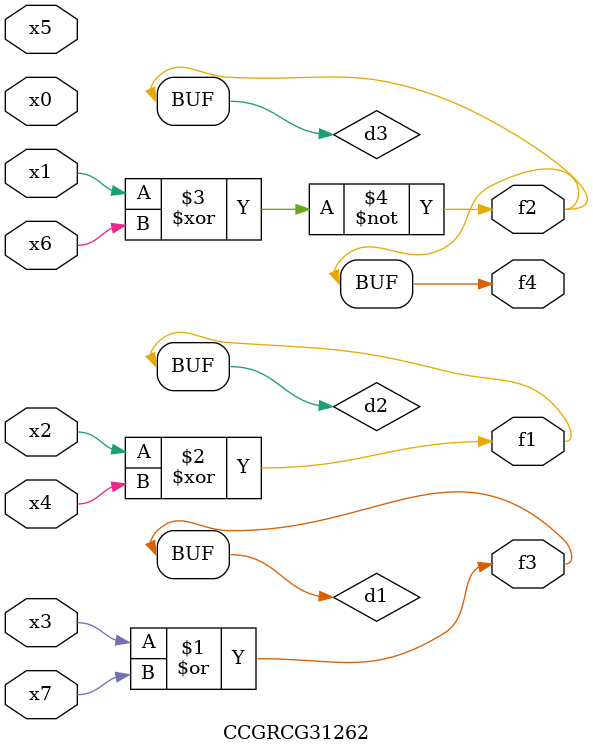
<source format=v>
module CCGRCG31262(
	input x0, x1, x2, x3, x4, x5, x6, x7,
	output f1, f2, f3, f4
);

	wire d1, d2, d3;

	or (d1, x3, x7);
	xor (d2, x2, x4);
	xnor (d3, x1, x6);
	assign f1 = d2;
	assign f2 = d3;
	assign f3 = d1;
	assign f4 = d3;
endmodule

</source>
